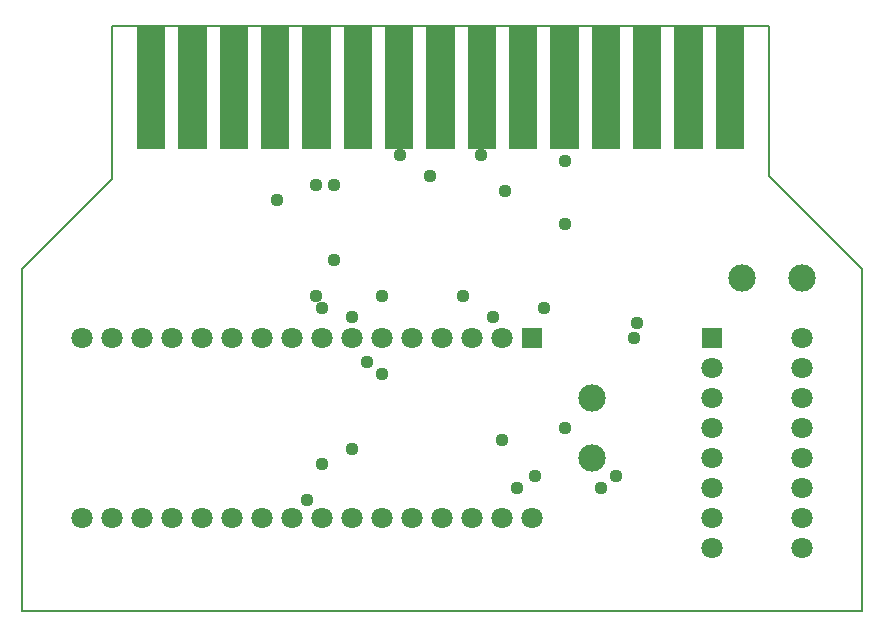
<source format=gbs>
G04 FreePCB version 1.200*
G04 \\DISKSTATION\museum\Computers\RK86\Clones\Apogey BK-01\RomDisk\My\CAM\bottom_mask.grb*
G04  layer *
G04 Scale: 100 percent, Rotated: No, Reflected: No *
%FSLAX26Y26*%
%MOIN*%
%LNTop*%
%ADD10C,0.005000*%
%ADD11R,0.071000X0.071000*%
%ADD12C,0.071000*%
%ADD13C,0.091000*%
%ADD14C,0.044000*%
%ADD15C,0.016000*%
G90*
G70D02*

G04 ----------------------- Draw board outline (positive)*
%LPD*%
G54D10*
G01X2310000Y4140000D02*
G01X4490000Y4140000D01*
G04 end of side 1*
G01X4490000Y3640000D01*
G04 end of side 2*
G01X4800000Y3330000D01*
G04 end of side 3*
G01X4800000Y2190000D01*
G04 end of side 4*
G01X2000000Y2190000D01*
G04 end of side 5*
G01X2000000Y3330000D01*
G04 end of side 6*
G01X2300000Y3630000D01*
G04 end of side 7*
G01X2300000Y4140000D01*
G04 end of side 8*
G01X2320000Y4140000D01*
G04 end of side 9*
G01X2310000Y4140000D01*

G04 -------------- Draw Parts, Pads, Traces, Vias and Text (positive)*
%LPD*%
G04 Draw part D1*
G54D11*
G01X3700000Y3100000D03*
G54D12*
G01X3600000Y3100000D03*
G01X3500000Y3100000D03*
G01X3400000Y3100000D03*
G01X3300000Y3100000D03*
G01X3200000Y3100000D03*
G01X3100000Y3100000D03*
G01X3000000Y3100000D03*
G01X2900000Y3100000D03*
G01X2800000Y3100000D03*
G01X2700000Y3100000D03*
G01X2600000Y3100000D03*
G01X2500000Y3100000D03*
G01X2400000Y3100000D03*
G01X2300000Y3100000D03*
G01X2200000Y3100000D03*
G01X2200000Y2500000D03*
G01X2300000Y2500000D03*
G01X2400000Y2500000D03*
G01X2500000Y2500000D03*
G01X2600000Y2500000D03*
G01X2700000Y2500000D03*
G01X2800000Y2500000D03*
G01X2900000Y2500000D03*
G01X3000000Y2500000D03*
G01X3100000Y2500000D03*
G01X3200000Y2500000D03*
G01X3300000Y2500000D03*
G01X3400000Y2500000D03*
G01X3500000Y2500000D03*
G01X3600000Y2500000D03*
G01X3700000Y2500000D03*
G04 Draw part B*
G04 Draw part A*
G36*
G01X2383732Y3732157D02*
G01X2383732Y4141858D01*
G01X2478472Y4141858D01*
G01X2478472Y3732157D01*
G01X2383732Y3732157D01*
G37*
G36*
G01X2521527Y3732157D02*
G01X2521527Y4141858D01*
G01X2616267Y4141858D01*
G01X2616267Y3732157D01*
G01X2521527Y3732157D01*
G37*
G36*
G01X2659322Y3732157D02*
G01X2659322Y4141858D01*
G01X2754062Y4141858D01*
G01X2754062Y3732157D01*
G01X2659322Y3732157D01*
G37*
G36*
G01X2797118Y3732157D02*
G01X2797118Y4141858D01*
G01X2891858Y4141858D01*
G01X2891858Y3732157D01*
G01X2797118Y3732157D01*
G37*
G36*
G01X2934913Y3732157D02*
G01X2934913Y4141858D01*
G01X3029653Y4141858D01*
G01X3029653Y3732157D01*
G01X2934913Y3732157D01*
G37*
G36*
G01X3072708Y3732157D02*
G01X3072708Y4141858D01*
G01X3167448Y4141858D01*
G01X3167448Y3732157D01*
G01X3072708Y3732157D01*
G37*
G36*
G01X3210503Y3732157D02*
G01X3210503Y4141858D01*
G01X3305244Y4141858D01*
G01X3305244Y3732157D01*
G01X3210503Y3732157D01*
G37*
G36*
G01X3348299Y3732157D02*
G01X3348299Y4141858D01*
G01X3443039Y4141858D01*
G01X3443039Y3732157D01*
G01X3348299Y3732157D01*
G37*
G36*
G01X3486094Y3732157D02*
G01X3486094Y4141858D01*
G01X3580834Y4141858D01*
G01X3580834Y3732157D01*
G01X3486094Y3732157D01*
G37*
G36*
G01X3623889Y3732157D02*
G01X3623889Y4141858D01*
G01X3718629Y4141858D01*
G01X3718629Y3732157D01*
G01X3623889Y3732157D01*
G37*
G36*
G01X3761685Y3732157D02*
G01X3761685Y4141858D01*
G01X3856425Y4141858D01*
G01X3856425Y3732157D01*
G01X3761685Y3732157D01*
G37*
G36*
G01X3899480Y3732157D02*
G01X3899480Y4141858D01*
G01X3994220Y4141858D01*
G01X3994220Y3732157D01*
G01X3899480Y3732157D01*
G37*
G36*
G01X4037275Y3732157D02*
G01X4037275Y4141858D01*
G01X4132015Y4141858D01*
G01X4132015Y3732157D01*
G01X4037275Y3732157D01*
G37*
G36*
G01X4175070Y3732157D02*
G01X4175070Y4141858D01*
G01X4269811Y4141858D01*
G01X4269811Y3732157D01*
G01X4175070Y3732157D01*
G37*
G36*
G01X4312866Y3732157D02*
G01X4312866Y4141858D01*
G01X4407606Y4141858D01*
G01X4407606Y3732157D01*
G01X4312866Y3732157D01*
G37*
G04 Draw part D2*
G54D11*
G01X4300000Y3100000D03*
G54D12*
G01X4300000Y3000000D03*
G01X4300000Y2900000D03*
G01X4300000Y2800000D03*
G01X4300000Y2700000D03*
G01X4300000Y2600000D03*
G01X4300000Y2500000D03*
G01X4300000Y2400000D03*
G01X4600000Y2400000D03*
G01X4600000Y2500000D03*
G01X4600000Y2600000D03*
G01X4600000Y2700000D03*
G01X4600000Y2800000D03*
G01X4600000Y2900000D03*
G01X4600000Y3000000D03*
G01X4600000Y3100000D03*
G04 Draw part C1*
G54D13*
G01X4400000Y3300000D03*
G01X4600000Y3300000D03*
G04 Draw part C2*
G01X3900000Y2900000D03*
G01X3900000Y2700000D03*

G04 Draw traces*
G54D14*
G01X2980000Y3610000D03*
G01X2980000Y3240000D03*
G01X2950000Y2560000D03*
G01X3610000Y3590000D03*
G01X4050000Y3150000D03*
G01X3600000Y2760000D03*
G01X3650000Y2600000D03*
G01X3930000Y2600000D03*
G01X3810000Y3690000D03*
G01X3810000Y3480000D03*
G01X3810000Y2800000D03*
G01X4040000Y3100000D03*
G01X3980000Y2640000D03*
G01X3710000Y2640000D03*
G01X3740000Y3200000D03*
G01X3000000Y3200000D03*
G01X2850000Y3560000D03*
G01X3570000Y3170000D03*
G01X3100000Y3170000D03*
G01X3470000Y3240000D03*
G01X3200000Y3240000D03*
G01X3150000Y3020000D03*
G01X3260000Y3710000D03*
G01X3100000Y2730000D03*
G01X3040000Y3610000D03*
G01X3040000Y3360000D03*
G01X3530000Y3710000D03*
G01X3000000Y2680000D03*
G01X3360000Y3640000D03*
G01X3200000Y2980000D03*

G04 Draw Text*

G04 Draw solder mask cutouts*
G54D15*
M00*
M02*

</source>
